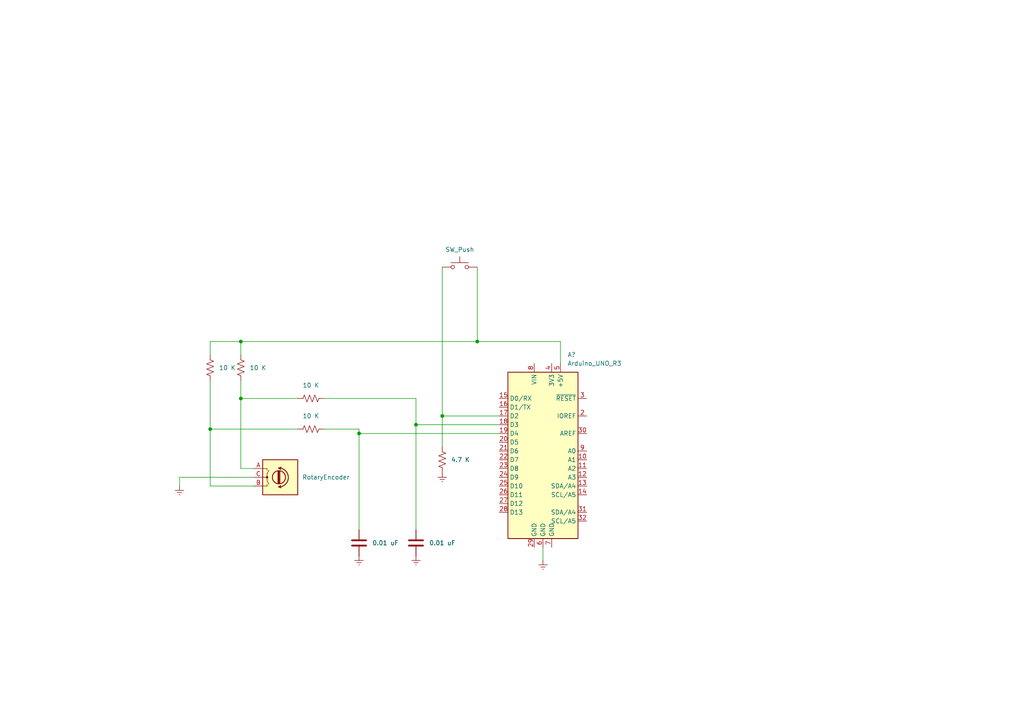
<source format=kicad_sch>
(kicad_sch (version 20211123) (generator eeschema)
  (paper "A4")
  (title_block (title "Digital Readout") (date "2023-02-11") (rev "0"))
  (lib_symbols
    (symbol "Device:C" (pin_numbers hide) (pin_names (offset 0.254))
      (property "Reference" "C" (at 0.635 2.54 0))
      (property "Value" "C" (at 0.635 -2.54 0))
      (symbol "C_0_1"
        (polyline (pts (xy -2.032 -0.762) (xy 2.032 -0.762)) (stroke (width 0.508)))
        (polyline (pts (xy -2.032 0.762) (xy 2.032 0.762)) (stroke (width 0.508)))
      )
      (symbol "C_1_1"
        (pin passive line (at 0 3.81 270) (length 2.794) (name "~") (number "1"))
        (pin passive line (at 0 -3.81 90) (length 2.794) (name "~") (number "2"))
      )
    )
    (symbol "Device:R_US" (pin_numbers hide) (pin_names (offset 0))
      (property "Reference" "R" (at 2.54 0 90))
      (property "Value" "R_US" (at -2.54 0 90))
      (symbol "R_US_0_1"
        (polyline (pts (xy 0 -2.286) (xy 0 -2.54)))
        (polyline (pts (xy 0 2.286) (xy 0 2.54)))
        (polyline (pts (xy 0 -0.762) (xy 1.016 -1.143) (xy 0 -1.524) (xy -1.016 -1.905) (xy 0 -2.286)))
        (polyline (pts (xy 0 0.762) (xy 1.016 0.381) (xy 0 0) (xy -1.016 -0.381) (xy 0 -0.762)))
        (polyline (pts (xy 0 2.286) (xy 1.016 1.905) (xy 0 1.524) (xy -1.016 1.143) (xy 0 0.762)))
      )
      (symbol "R_US_1_1"
        (pin passive line (at 0 3.81 270) (length 1.27) (name "~") (number "1"))
        (pin passive line (at 0 -3.81 90) (length 1.27) (name "~") (number "2"))
      )
    )
    (symbol "Device:RotaryEncoder" (pin_names (offset 0.254) hide)
      (property "Reference" "SW" (at 0 6.604 0))
      (property "Value" "RotaryEncoder" (at 0 -6.604 0))
      (symbol "RotaryEncoder_0_1"
        (rectangle (start -5.08 5.08) (end 5.08 -5.08) (stroke (width 0.254)) (fill (type background)))
        (circle (center -3.81 0) (radius 0.254) (fill (type outline)))
        (arc (start -0.381 -2.794) (mid 2.3622 -0.0508) (end -0.381 2.667) (stroke (width 0.254)))
        (circle (center -0.381 0) (radius 1.905) (stroke (width 0.254)))
        (polyline (pts (xy -0.635 -1.778) (xy -0.635 1.778)) (stroke (width 0.254)))
        (polyline (pts (xy -0.381 -1.778) (xy -0.381 1.778)) (stroke (width 0.254)))
        (polyline (pts (xy -0.127 1.778) (xy -0.127 -1.778)) (stroke (width 0.254)))
        (polyline (pts (xy -5.08 -2.54) (xy -3.81 -2.54) (xy -3.81 -2.032)))
        (polyline (pts (xy -5.08 2.54) (xy -3.81 2.54) (xy -3.81 2.032)))
        (polyline (pts (xy 0.254 -3.048) (xy -0.508 -2.794) (xy 0.127 -2.413)) (stroke (width 0.254)))
        (polyline (pts (xy 0.254 2.921) (xy -0.508 2.667) (xy 0.127 2.286)) (stroke (width 0.254)))
        (polyline (pts (xy -5.08 0) (xy -3.81 0) (xy -3.81 -1.016) (xy -3.302 -2.032)))
        (polyline (pts (xy -4.318 0) (xy -3.81 0) (xy -3.81 1.016) (xy -3.302 2.032)))
      )
      (symbol "RotaryEncoder_1_1"
        (pin passive line (at -7.62 2.54 0) (length 2.54) (name "A") (number "A"))
        (pin passive line (at -7.62 -2.54 0) (length 2.54) (name "B") (number "B"))
        (pin passive line (at -7.62 0 0) (length 2.54) (name "C") (number "C"))
      )
    )
    (symbol "MCU_Module:Arduino_UNO_R3"
      (property "Reference" "A" (at -10.16 23.495 0))
      (property "Value" "Arduino_UNO_R3" (at 5.08 -26.67 0))
      (symbol "Arduino_UNO_R3_0_1"
        (rectangle (start -10.16 22.86) (end 10.16 -25.4) (stroke (width 0.254)) (fill (type background)))
      )
      (symbol "Arduino_UNO_R3_1_1"
        (pin no_connect line (at -10.16 -20.32 0) (length 2.54) hide (name "NC") (number "1"))
        (pin bidirectional line (at 12.7 -2.54 180) (length 2.54) (name "A1") (number "10"))
        (pin bidirectional line (at 12.7 -5.08 180) (length 2.54) (name "A2") (number "11"))
        (pin bidirectional line (at 12.7 -7.62 180) (length 2.54) (name "A3") (number "12"))
        (pin bidirectional line (at 12.7 -10.16 180) (length 2.54) (name "SDA/A4") (number "13"))
        (pin bidirectional line (at 12.7 -12.7 180) (length 2.54) (name "SCL/A5") (number "14"))
        (pin bidirectional line (at -12.7 15.24 0) (length 2.54) (name "D0/RX") (number "15"))
        (pin bidirectional line (at -12.7 12.7 0) (length 2.54) (name "D1/TX") (number "16"))
        (pin bidirectional line (at -12.7 10.16 0) (length 2.54) (name "D2") (number "17"))
        (pin bidirectional line (at -12.7 7.62 0) (length 2.54) (name "D3") (number "18"))
        (pin bidirectional line (at -12.7 5.08 0) (length 2.54) (name "D4") (number "19"))
        (pin output line (at 12.7 10.16 180) (length 2.54) (name "IOREF") (number "2"))
        (pin bidirectional line (at -12.7 2.54 0) (length 2.54) (name "D5") (number "20"))
        (pin bidirectional line (at -12.7 0 0) (length 2.54) (name "D6") (number "21"))
        (pin bidirectional line (at -12.7 -2.54 0) (length 2.54) (name "D7") (number "22"))
        (pin bidirectional line (at -12.7 -5.08 0) (length 2.54) (name "D8") (number "23"))
        (pin bidirectional line (at -12.7 -7.62 0) (length 2.54) (name "D9") (number "24"))
        (pin bidirectional line (at -12.7 -10.16 0) (length 2.54) (name "D10") (number "25"))
        (pin bidirectional line (at -12.7 -12.7 0) (length 2.54) (name "D11") (number "26"))
        (pin bidirectional line (at -12.7 -15.24 0) (length 2.54) (name "D12") (number "27"))
        (pin bidirectional line (at -12.7 -17.78 0) (length 2.54) (name "D13") (number "28"))
        (pin power_in line (at -2.54 -27.94 90) (length 2.54) (name "GND") (number "29"))
        (pin input line (at 12.7 15.24 180) (length 2.54) (name "~{RESET}") (number "3"))
        (pin input line (at 12.7 5.08 180) (length 2.54) (name "AREF") (number "30"))
        (pin bidirectional line (at 12.7 -17.78 180) (length 2.54) (name "SDA/A4") (number "31"))
        (pin bidirectional line (at 12.7 -20.32 180) (length 2.54) (name "SCL/A5") (number "32"))
        (pin power_out line (at 2.54 25.4 270) (length 2.54) (name "3V3") (number "4"))
        (pin power_out line (at 5.08 25.4 270) (length 2.54) (name "+5V") (number "5"))
        (pin power_in line (at 0 -27.94 90) (length 2.54) (name "GND") (number "6"))
        (pin power_in line (at 2.54 -27.94 90) (length 2.54) (name "GND") (number "7"))
        (pin power_in line (at -2.54 25.4 270) (length 2.54) (name "VIN") (number "8"))
        (pin bidirectional line (at 12.7 0 180) (length 2.54) (name "A0") (number "9"))
      )
    )
    (symbol "Switch:SW_Push" (pin_numbers hide) (pin_names (offset 1.016) hide)
      (property "Reference" "SW" (at 1.27 2.54 0))
      (property "Value" "SW_Push" (at 0 -1.524 0))
      (symbol "SW_Push_0_1"
        (circle (center -2.032 0) (radius 0.508))
        (polyline (pts (xy 0 1.27) (xy 0 3.048)))
        (polyline (pts (xy 2.54 1.27) (xy -2.54 1.27)))
        (circle (center 2.032 0) (radius 0.508))
        (pin passive line (at -5.08 0 0) (length 2.54) (name "1") (number "1"))
        (pin passive line (at 5.08 0 180) (length 2.54) (name "2") (number "2"))
      )
    )
    (symbol "power:Earth" (power) (pin_names (offset 0))
      (symbol "Earth_0_1"
        (polyline (pts (xy -0.635 -1.905) (xy 0.635 -1.905)))
        (polyline (pts (xy -0.127 -2.54) (xy 0.127 -2.54)))
        (polyline (pts (xy 0 -1.27) (xy 0 0)))
        (polyline (pts (xy 1.27 -1.27) (xy -1.27 -1.27)))
      )
      (symbol "Earth_1_1"
        (pin power_in line (at 0 0 270) (length 0) hide (name "Earth") (number "1"))
      )
    )
  )
  (junction (at 138.43 99.06))
  (junction (at 104.14 125.73))
  (junction (at 69.85 115.57))
  (junction (at 69.85 99.06))
  (junction (at 128.27 120.65))
  (junction (at 120.65 123.19))
  (junction (at 60.96 124.46))
  (wire (pts (xy 69.85 115.57) (xy 69.85 135.89)))
  (wire (pts (xy 104.14 124.46) (xy 104.14 125.73)))
  (wire (pts (xy 60.96 99.06) (xy 69.85 99.06)))
  (wire (pts (xy 60.96 124.46) (xy 86.36 124.46)))
  (wire (pts (xy 60.96 110.49) (xy 60.96 124.46)))
  (wire (pts (xy 69.85 99.06) (xy 69.85 102.87)))
  (wire (pts (xy 128.27 77.47) (xy 128.27 120.65)))
  (wire (pts (xy 69.85 135.89) (xy 73.66 135.89)))
  (wire (pts (xy 93.98 115.57) (xy 120.65 115.57)))
  (wire (pts (xy 162.56 99.06) (xy 138.43 99.06)))
  (wire (pts (xy 120.65 123.19) (xy 120.65 153.67)))
  (wire (pts (xy 128.27 120.65) (xy 128.27 129.54)))
  (wire (pts (xy 138.43 99.06) (xy 69.85 99.06)))
  (wire (pts (xy 60.96 140.97) (xy 73.66 140.97)))
  (wire (pts (xy 60.96 124.46) (xy 60.96 140.97)))
  (wire (pts (xy 60.96 99.06) (xy 60.96 102.87)))
  (wire (pts (xy 128.27 120.65) (xy 144.78 120.65)))
  (wire (pts (xy 104.14 125.73) (xy 104.14 153.67)))
  (wire (pts (xy 157.48 158.75) (xy 157.48 162.56)))
  (wire (pts (xy 138.43 77.47) (xy 138.43 99.06)))
  (wire (pts (xy 86.36 115.57) (xy 69.85 115.57)))
  (wire (pts (xy 69.85 110.49) (xy 69.85 115.57)))
  (wire (pts (xy 120.65 115.57) (xy 120.65 123.19)))
  (wire (pts (xy 104.14 125.73) (xy 144.78 125.73)))
  (wire (pts (xy 93.98 124.46) (xy 104.14 124.46)))
  (wire (pts (xy 162.56 105.41) (xy 162.56 99.06)))
  (wire (pts (xy 120.65 123.19) (xy 144.78 123.19)))
  (wire (pts (xy 52.07 138.43) (xy 52.07 140.97)))
  (wire (pts (xy 73.66 138.43) (xy 52.07 138.43)))
  (symbol (lib_id "Device:C") (at 120.65 157.48 0) (unit 1)
    (property "Reference" "C?" (effects hide))
    (property "Value" "0.01 uF" (at 124.46 157.4799 0) (effects (justify left)))
  )
  (symbol (lib_id "Device:R_US") (at 60.96 106.68 0) (unit 1)
    (property "Reference" "R?" (effects hide))
    (property "Value" "10 K" (at 63.5 106.6799 0) (effects (justify left)))
  )
  (symbol (lib_id "MCU_Module:Arduino_UNO_R3") (at 157.48 130.81 0) (unit 1)
    (property "Reference" "A?" (at 164.5794 102.87 0) (effects (justify left)))
    (property "Value" "Arduino_UNO_R3" (at 164.5794 105.41 0) (effects (justify left)))
    (property "Footprint" "Module:Arduino_UNO_R3" (effects hide))
    (property "Datasheet" "https://www.arduino.cc/en/Main/arduinoBoardUno" (effects hide))
  )
  (symbol (lib_id "power:Earth") (at 104.14 161.29 0) (unit 1)
    (property "Reference" "#PWR?" (effects hide))
    (property "Value" "Earth" (effects hide))
  )
  (symbol (lib_id "Device:R_US") (at 90.17 124.46 90) (unit 1)
    (property "Reference" "R?" (effects hide))
    (property "Value" "10 K" (at 90.17 120.65 90))
  )
  (symbol (lib_id "power:Earth") (at 128.27 137.16 0) (unit 1)
    (property "Reference" "#PWR?" (effects hide))
    (property "Value" "Earth" (effects hide))
  )
  (symbol (lib_id "Device:R_US") (at 90.17 115.57 90) (unit 1)
    (property "Reference" "R?" (effects hide))
    (property "Value" "10 K" (at 90.17 111.76 90))
  )
  (symbol (lib_id "Switch:SW_Push") (at 133.35 77.47 0) (unit 1)
    (property "Reference" "SW?" (effects hide))
    (property "Value" "SW_Push" (at 133.35 72.39 0))
  )
  (symbol (lib_id "Device:R_US") (at 128.27 133.35 180) (unit 1)
    (property "Reference" "R?" (effects hide))
    (property "Value" "4.7 K" (at 130.81 133.3499 0) (effects (justify right)))
  )
  (symbol (lib_id "power:Earth") (at 157.48 162.56 0) (unit 1)
    (property "Reference" "#PWR?" (effects hide))
    (property "Value" "Earth" (effects hide))
  )
  (symbol (lib_id "Device:C") (at 104.14 157.48 0) (unit 1)
    (property "Reference" "C?" (effects hide))
    (property "Value" "0.01 uF" (at 107.95 157.4799 0) (effects (justify left)))
  )
  (symbol (lib_id "Device:RotaryEncoder") (at 81.28 138.43 0) (unit 1)
    (property "Reference" "SW?" (effects hide))
    (property "Value" "RotaryEncoder" (at 87.63 138.4299 0) (effects (justify left)))
  )
  (symbol (lib_id "power:Earth") (at 52.07 140.97 0) (unit 1)
    (property "Reference" "#PWR?" (effects hide))
    (property "Value" "Earth" (effects hide))
  )
  (symbol (lib_id "Device:R_US") (at 69.85 106.68 0) (unit 1)
    (property "Reference" "R?" (effects hide))
    (property "Value" "10 K" (at 72.39 106.6799 0) (effects (justify left)))
  )
  (symbol (lib_id "power:Earth") (at 120.65 161.29 0) (unit 1)
    (property "Reference" "#PWR?" (effects hide))
    (property "Value" "Earth" (effects hide))
  )
)
</source>
